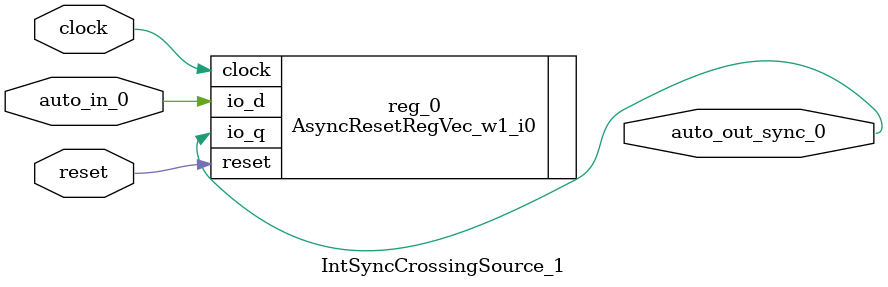
<source format=sv>
`ifndef RANDOMIZE
  `ifdef RANDOMIZE_REG_INIT
    `define RANDOMIZE
  `endif // RANDOMIZE_REG_INIT
`endif // not def RANDOMIZE
`ifndef RANDOMIZE
  `ifdef RANDOMIZE_MEM_INIT
    `define RANDOMIZE
  `endif // RANDOMIZE_MEM_INIT
`endif // not def RANDOMIZE

`ifndef RANDOM
  `define RANDOM $random
`endif // not def RANDOM

// Users can define 'PRINTF_COND' to add an extra gate to prints.
`ifndef PRINTF_COND_
  `ifdef PRINTF_COND
    `define PRINTF_COND_ (`PRINTF_COND)
  `else  // PRINTF_COND
    `define PRINTF_COND_ 1
  `endif // PRINTF_COND
`endif // not def PRINTF_COND_

// Users can define 'ASSERT_VERBOSE_COND' to add an extra gate to assert error printing.
`ifndef ASSERT_VERBOSE_COND_
  `ifdef ASSERT_VERBOSE_COND
    `define ASSERT_VERBOSE_COND_ (`ASSERT_VERBOSE_COND)
  `else  // ASSERT_VERBOSE_COND
    `define ASSERT_VERBOSE_COND_ 1
  `endif // ASSERT_VERBOSE_COND
`endif // not def ASSERT_VERBOSE_COND_

// Users can define 'STOP_COND' to add an extra gate to stop conditions.
`ifndef STOP_COND_
  `ifdef STOP_COND
    `define STOP_COND_ (`STOP_COND)
  `else  // STOP_COND
    `define STOP_COND_ 1
  `endif // STOP_COND
`endif // not def STOP_COND_

// Users can define INIT_RANDOM as general code that gets injected into the
// initializer block for modules with registers.
`ifndef INIT_RANDOM
  `define INIT_RANDOM
`endif // not def INIT_RANDOM

// If using random initialization, you can also define RANDOMIZE_DELAY to
// customize the delay used, otherwise 0.002 is used.
`ifndef RANDOMIZE_DELAY
  `define RANDOMIZE_DELAY 0.002
`endif // not def RANDOMIZE_DELAY

// Define INIT_RANDOM_PROLOG_ for use in our modules below.
`ifndef INIT_RANDOM_PROLOG_
  `ifdef RANDOMIZE
    `ifdef VERILATOR
      `define INIT_RANDOM_PROLOG_ `INIT_RANDOM
    `else  // VERILATOR
      `define INIT_RANDOM_PROLOG_ `INIT_RANDOM #`RANDOMIZE_DELAY begin end
    `endif // VERILATOR
  `else  // RANDOMIZE
    `define INIT_RANDOM_PROLOG_
  `endif // RANDOMIZE
`endif // not def INIT_RANDOM_PROLOG_

// Include register initializers in init blocks unless synthesis is set
`ifndef SYNTHESIS
  `ifndef ENABLE_INITIAL_REG_
    `define ENABLE_INITIAL_REG_
  `endif // not def ENABLE_INITIAL_REG_
`endif // not def SYNTHESIS

// Include rmemory initializers in init blocks unless synthesis is set
`ifndef SYNTHESIS
  `ifndef ENABLE_INITIAL_MEM_
    `define ENABLE_INITIAL_MEM_
  `endif // not def ENABLE_INITIAL_MEM_
`endif // not def SYNTHESIS

module IntSyncCrossingSource_1(
  input  clock,
         reset,
         auto_in_0,
  output auto_out_sync_0
);

  AsyncResetRegVec_w1_i0 reg_0 (	// AsyncResetReg.scala:89:21
    .clock (clock),
    .reset (reset),
    .io_d  (auto_in_0),
    .io_q  (auto_out_sync_0)
  );
endmodule


</source>
